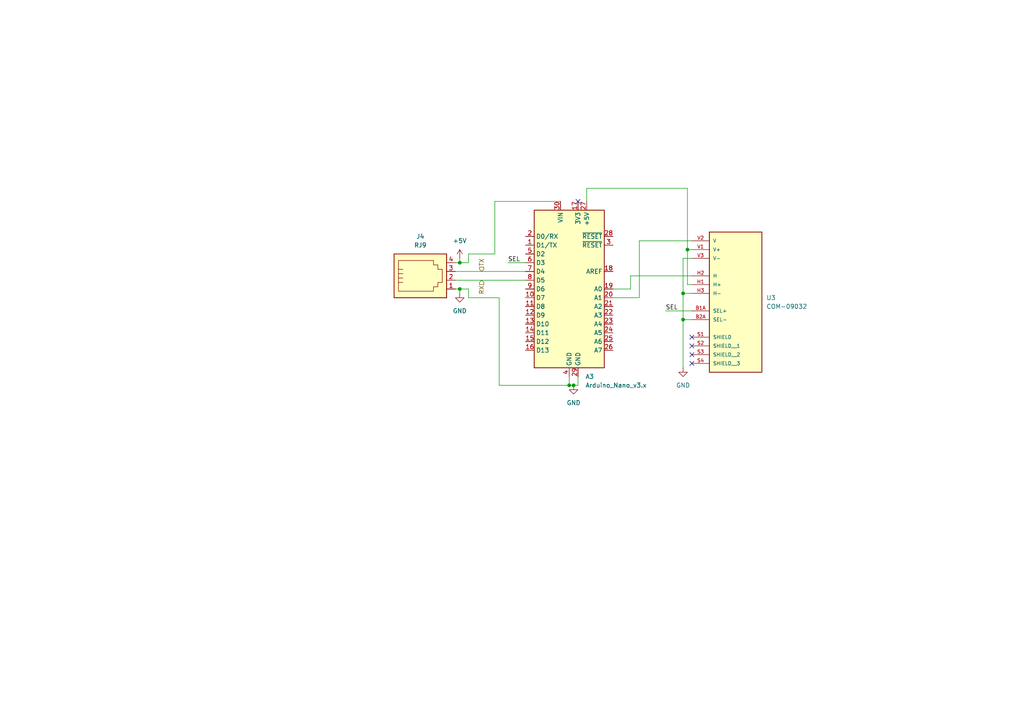
<source format=kicad_sch>
(kicad_sch (version 20250114) (generator "eeschema") (generator_version "9.0")
  (paper "A4")
  (lib_symbols
    (symbol "COM-09032:COM-09032" (pin_names (offset 1.016))
      (property "Reference" "U" (at -7.62 16.002 0))
      (property "Value" "COM-09032" (at -7.62 -27.94 0))
      (symbol "COM-09032_0_0"
        (rectangle (start -7.62 -25.4) (end 7.62 15.24) (stroke (width 0.254)) (fill (type background)))
        (pin passive line (at -12.7 12.7 0) (length 5.08) (name "V") (number "V2"))
        (pin passive line (at -12.7 10.16 0) (length 5.08) (name "V+") (number "V1"))
        (pin passive line (at -12.7 7.62 0) (length 5.08) (name "V-") (number "V3"))
        (pin passive line (at -12.7 2.54 0) (length 5.08) (name "H") (number "H2"))
        (pin passive line (at -12.7 0 0) (length 5.08) (name "H+") (number "H1"))
        (pin passive line (at -12.7 -2.54 0) (length 5.08) (name "H-") (number "H3"))
        (pin passive line (at -12.7 -7.62 0) (length 5.08) (name "SEL+") (number "B1A"))
        (pin passive line (at -12.7 -10.16 0) (length 5.08) (name "SEL-") (number "B2A"))
        (pin passive line (at -12.7 -15.24 0) (length 5.08) (name "SHIELD") (number "S1"))
        (pin passive line (at -12.7 -17.78 0) (length 5.08) (name "SHIELD__1") (number "S2"))
        (pin passive line (at -12.7 -20.32 0) (length 5.08) (name "SHIELD__2") (number "S3"))
        (pin passive line (at -12.7 -22.86 0) (length 5.08) (name "SHIELD__3") (number "S4"))
      )
    )
    (symbol "Connector:RJ9" (pin_names (offset 1.016))
      (property "Reference" "J" (at -5.08 8.89 0))
      (property "Value" "RJ9" (at 2.54 8.89 0))
      (symbol "RJ9_0_1"
        (polyline (pts (xy -6.35 3.175) (xy -5.08 3.175) (xy -5.08 3.175)))
        (polyline (pts (xy -6.35 1.905) (xy -5.08 1.905) (xy -5.08 1.905)))
        (polyline (pts (xy -6.35 0.635) (xy -5.08 0.635) (xy -5.08 0.635)))
        (polyline (pts (xy -6.35 -0.635) (xy -5.08 -0.635) (xy -5.08 -0.635)))
        (polyline (pts (xy -6.35 -3.175) (xy -6.35 5.715) (xy -1.27 5.715) (xy 3.81 5.715) (xy 3.81 4.445) (xy 5.08 4.445) (xy 5.08 3.175) (xy 6.35 3.175) (xy 6.35 -0.635) (xy 5.08 -0.635) (xy 5.08 -1.905) (xy 3.81 -1.905) (xy 3.81 -3.175) (xy -6.35 -3.175) (xy -6.35 -3.175)))
        (rectangle (start 7.62 7.62) (end -7.62 -5.08) (stroke (width 0.254)) (fill (type background)))
      )
      (symbol "RJ9_1_1"
        (pin passive line (at 10.16 5.08 180) (length 2.54) (name "~") (number "4"))
        (pin passive line (at 10.16 2.54 180) (length 2.54) (name "~") (number "3"))
        (pin passive line (at 10.16 0 180) (length 2.54) (name "~") (number "2"))
        (pin passive line (at 10.16 -2.54 180) (length 2.54) (name "~") (number "1"))
      )
    )
    (symbol "MCU_Module:Arduino_Nano_v3.x"
      (property "Reference" "A" (at -10.16 23.495 0))
      (property "Value" "Arduino_Nano_v3.x" (at 5.08 -24.13 0))
      (symbol "Arduino_Nano_v3.x_0_1"
        (rectangle (start -10.16 22.86) (end 10.16 -22.86) (stroke (width 0.254)) (fill (type background)))
      )
      (symbol "Arduino_Nano_v3.x_1_1"
        (pin bidirectional line (at -12.7 15.24 0) (length 2.54) (name "D0/RX") (number "2"))
        (pin bidirectional line (at -12.7 12.7 0) (length 2.54) (name "D1/TX") (number "1"))
        (pin bidirectional line (at -12.7 10.16 0) (length 2.54) (name "D2") (number "5"))
        (pin bidirectional line (at -12.7 7.62 0) (length 2.54) (name "D3") (number "6"))
        (pin bidirectional line (at -12.7 5.08 0) (length 2.54) (name "D4") (number "7"))
        (pin bidirectional line (at -12.7 2.54 0) (length 2.54) (name "D5") (number "8"))
        (pin bidirectional line (at -12.7 0 0) (length 2.54) (name "D6") (number "9"))
        (pin bidirectional line (at -12.7 -2.54 0) (length 2.54) (name "D7") (number "10"))
        (pin bidirectional line (at -12.7 -5.08 0) (length 2.54) (name "D8") (number "11"))
        (pin bidirectional line (at -12.7 -7.62 0) (length 2.54) (name "D9") (number "12"))
        (pin bidirectional line (at -12.7 -10.16 0) (length 2.54) (name "D10") (number "13"))
        (pin bidirectional line (at -12.7 -12.7 0) (length 2.54) (name "D11") (number "14"))
        (pin bidirectional line (at -12.7 -15.24 0) (length 2.54) (name "D12") (number "15"))
        (pin bidirectional line (at -12.7 -17.78 0) (length 2.54) (name "D13") (number "16"))
        (pin power_in line (at -2.54 25.4 270) (length 2.54) (name "VIN") (number "30"))
        (pin power_in line (at 0 -25.4 90) (length 2.54) (name "GND") (number "4"))
        (pin power_out line (at 2.54 25.4 270) (length 2.54) (name "3V3") (number "17"))
        (pin power_in line (at 2.54 -25.4 90) (length 2.54) (name "GND") (number "29"))
        (pin power_out line (at 5.08 25.4 270) (length 2.54) (name "+5V") (number "27"))
        (pin input line (at 12.7 15.24 180) (length 2.54) (name "~{RESET}") (number "28"))
        (pin input line (at 12.7 12.7 180) (length 2.54) (name "~{RESET}") (number "3"))
        (pin input line (at 12.7 5.08 180) (length 2.54) (name "AREF") (number "18"))
        (pin bidirectional line (at 12.7 0 180) (length 2.54) (name "A0") (number "19"))
        (pin bidirectional line (at 12.7 -2.54 180) (length 2.54) (name "A1") (number "20"))
        (pin bidirectional line (at 12.7 -5.08 180) (length 2.54) (name "A2") (number "21"))
        (pin bidirectional line (at 12.7 -7.62 180) (length 2.54) (name "A3") (number "22"))
        (pin bidirectional line (at 12.7 -10.16 180) (length 2.54) (name "A4") (number "23"))
        (pin bidirectional line (at 12.7 -12.7 180) (length 2.54) (name "A5") (number "24"))
        (pin bidirectional line (at 12.7 -15.24 180) (length 2.54) (name "A6") (number "25"))
        (pin bidirectional line (at 12.7 -17.78 180) (length 2.54) (name "A7") (number "26"))
      )
    )
    (symbol "power:+5V" (power) (pin_numbers (hide yes)) (pin_names (offset 0) (hide yes))
      (property "Value" "+5V" (at 0 3.556 0))
      (symbol "+5V_0_1"
        (polyline (pts (xy -0.762 1.27) (xy 0 2.54)))
        (polyline (pts (xy 0 2.54) (xy 0.762 1.27)))
        (polyline (pts (xy 0 0) (xy 0 2.54)))
      )
      (symbol "+5V_1_1"
        (pin power_in line (at 0 0 90) (length 0) (name "~") (number "1"))
      )
    )
    (symbol "power:GND" (power) (pin_numbers (hide yes)) (pin_names (offset 0) (hide yes))
      (property "Value" "GND" (at 0 -3.81 0))
      (symbol "GND_0_1"
        (polyline (pts (xy 0 0) (xy 0 -1.27) (xy 1.27 -1.27) (xy 0 -2.54) (xy -1.27 -1.27) (xy 0 -1.27)))
      )
      (symbol "GND_1_1"
        (pin power_in line (at 0 0 270) (length 0) (name "~") (number "1"))
      )
    )
  )
  (junction (at 199.39 72.39))
  (junction (at 133.35 76.2))
  (junction (at 165.1 111.76))
  (junction (at 133.35 83.82))
  (junction (at 198.12 92.71))
  (junction (at 166.37 111.76))
  (junction (at 198.12 85.09))
  (no_connect (at 167.64 58.42))
  (no_connect (at 200.66 100.33))
  (no_connect (at 200.66 102.87))
  (no_connect (at 200.66 105.41))
  (no_connect (at 200.66 97.79))
  (wire (pts (xy 143.51 58.42) (xy 143.51 73.66)))
  (wire (pts (xy 132.08 78.74) (xy 152.4 78.74)))
  (wire (pts (xy 132.08 76.2) (xy 133.35 76.2)))
  (wire (pts (xy 144.78 86.36) (xy 135.89 86.36)))
  (wire (pts (xy 144.78 111.76) (xy 144.78 86.36)))
  (wire (pts (xy 135.89 76.2) (xy 133.35 76.2)))
  (wire (pts (xy 185.42 69.85) (xy 185.42 86.36)))
  (wire (pts (xy 147.32 76.2) (xy 152.4 76.2)))
  (wire (pts (xy 199.39 72.39) (xy 199.39 82.55)))
  (wire (pts (xy 162.56 58.42) (xy 143.51 58.42)))
  (wire (pts (xy 193.04 90.17) (xy 200.66 90.17)))
  (wire (pts (xy 200.66 69.85) (xy 185.42 69.85)))
  (wire (pts (xy 198.12 106.68) (xy 198.12 92.71)))
  (wire (pts (xy 200.66 80.01) (xy 182.88 80.01)))
  (wire (pts (xy 199.39 54.61) (xy 199.39 72.39)))
  (wire (pts (xy 135.89 86.36) (xy 135.89 83.82)))
  (wire (pts (xy 167.64 109.22) (xy 167.64 111.76)))
  (wire (pts (xy 165.1 109.22) (xy 165.1 111.76)))
  (wire (pts (xy 135.89 73.66) (xy 135.89 76.2)))
  (wire (pts (xy 199.39 72.39) (xy 200.66 72.39)))
  (wire (pts (xy 133.35 83.82) (xy 133.35 85.09)))
  (wire (pts (xy 198.12 85.09) (xy 198.12 74.93)))
  (wire (pts (xy 166.37 111.76) (xy 165.1 111.76)))
  (wire (pts (xy 167.64 111.76) (xy 166.37 111.76)))
  (wire (pts (xy 132.08 83.82) (xy 133.35 83.82)))
  (wire (pts (xy 182.88 80.01) (xy 182.88 83.82)))
  (wire (pts (xy 198.12 92.71) (xy 200.66 92.71)))
  (wire (pts (xy 198.12 74.93) (xy 200.66 74.93)))
  (wire (pts (xy 198.12 85.09) (xy 200.66 85.09)))
  (wire (pts (xy 135.89 83.82) (xy 133.35 83.82)))
  (wire (pts (xy 144.78 111.76) (xy 165.1 111.76)))
  (wire (pts (xy 199.39 54.61) (xy 170.18 54.61)))
  (wire (pts (xy 133.35 76.2) (xy 133.35 74.93)))
  (wire (pts (xy 132.08 81.28) (xy 152.4 81.28)))
  (wire (pts (xy 185.42 86.36) (xy 177.8 86.36)))
  (wire (pts (xy 199.39 82.55) (xy 200.66 82.55)))
  (wire (pts (xy 143.51 73.66) (xy 135.89 73.66)))
  (wire (pts (xy 198.12 92.71) (xy 198.12 85.09)))
  (wire (pts (xy 182.88 83.82) (xy 177.8 83.82)))
  (wire (pts (xy 170.18 54.61) (xy 170.18 58.42)))
  (label "SEL" (at 147.32 76.2 0))
  (label "SEL" (at 193.04 90.17 0))
  (hierarchical_label "TX" (shape input) (at 139.7 78.74 90))
  (hierarchical_label "RX" (shape input) (at 139.7 81.28 270))
  (symbol (lib_id "MCU_Module:Arduino_Nano_v3.x") (at 165.1 83.82 0) (unit 1)
    (property "Reference" "A3" (at 169.7833 109.22 0) (effects (justify left)))
    (property "Value" "Arduino_Nano_v3.x" (at 169.7833 111.76 0) (effects (justify left)))
    (property "Footprint" "Module:Arduino_Nano" (effects (hide yes)))
    (property "Datasheet" "http://www.mouser.com/pdfdocs/Gravitech_Arduino_Nano3_0.pdf" (effects (hide yes)))
    (property "Description" "Arduino Nano v3.x" (effects (hide yes)))
  )
  (symbol (lib_id "power:GND") (at 198.12 106.68 0) (unit 1)
    (property "Reference" "#PWR020" (effects (hide yes)))
    (property "Value" "GND" (at 198.12 111.76 0))
    (property "Description" "Power symbol creates a global label with name \"GND\" , ground" (effects (hide yes)))
  )
  (symbol (lib_id "Connector:RJ9") (at 121.92 81.28 0) (unit 1)
    (property "Reference" "J4" (at 121.92 68.58 0))
    (property "Value" "RJ9" (at 121.92 71.12 0))
    (property "Footprint" "Connector_RJ:RJ9_Evercom_5301-440xxx_Horizontal" (effects (hide yes)))
    (property "Description" "RJ connector, 4P4C (4 positions 4 connected)" (effects (hide yes)))
  )
  (symbol (lib_id "power:+5V") (at 133.35 74.93 0) (unit 1)
    (property "Reference" "#PWR07" (effects (hide yes)))
    (property "Value" "+5V" (at 133.35 69.85 0))
    (property "Description" "Power symbol creates a global label with name \"+5V\"" (effects (hide yes)))
  )
  (symbol (lib_id "power:GND") (at 166.37 111.76 0) (unit 1)
    (property "Reference" "#PWR010" (effects (hide yes)))
    (property "Value" "GND" (at 166.37 116.84 0))
    (property "Description" "Power symbol creates a global label with name \"GND\" , ground" (effects (hide yes)))
  )
  (symbol (lib_id "power:GND") (at 133.35 85.09 0) (unit 1)
    (property "Reference" "#PWR08" (effects (hide yes)))
    (property "Value" "GND" (at 133.35 90.17 0))
    (property "Description" "Power symbol creates a global label with name \"GND\" , ground" (effects (hide yes)))
  )
  (symbol (lib_id "COM-09032:COM-09032") (at 213.36 82.55 0) (unit 1)
    (property "Reference" "U3" (at 222.25 86.3599 0) (effects (justify left)))
    (property "Value" "COM-09032" (at 222.25 88.8999 0) (effects (justify left)))
    (property "Footprint" "COM-09032:XDCR_COM-09032" (effects (hide yes)))
    (property "PARTREV" "N/A" (effects (hide yes)))
    (property "STANDARD" "Manufacturer Recommendations" (effects (hide yes)))
    (property "MAXIMUM_PACKAGE_HEIGHT" "30.1mm" (effects (hide yes)))
    (property "MANUFACTURER" "SparkFun Electronics" (effects (hide yes)))
  )
)
</source>
